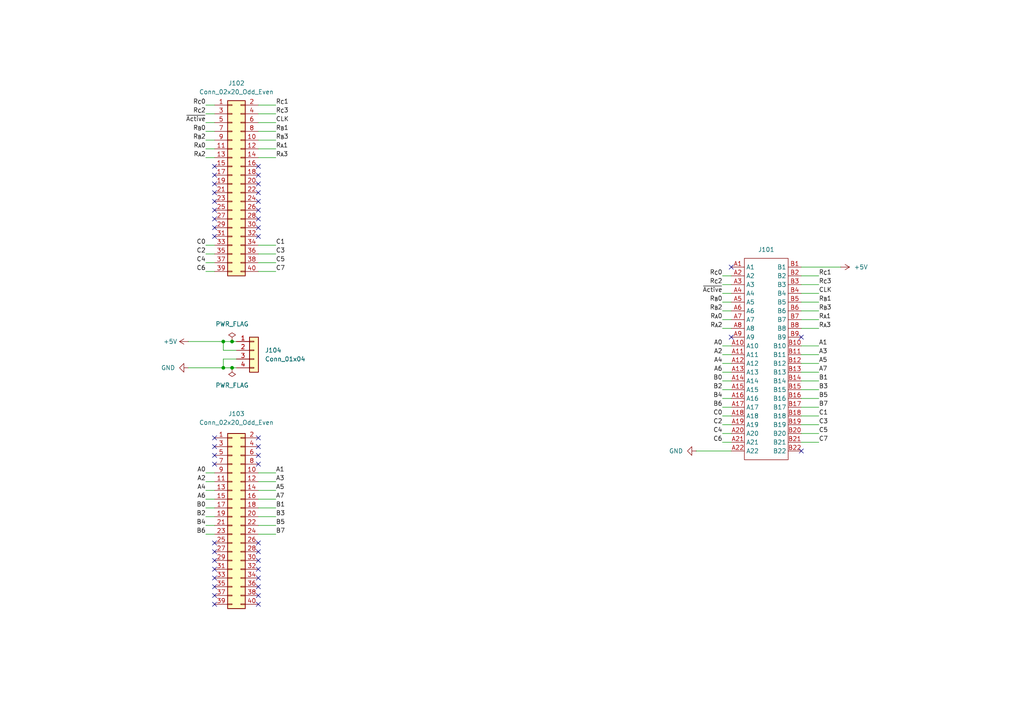
<source format=kicad_sch>
(kicad_sch (version 20231120) (generator "eeschema") (generator_version "8.0")
  (paper "A4")
  (lib_symbols
    (symbol "BoardEdgeConnectors:TE-5530843-4"
      (property "Reference" "J" (at -0.254 30.988 0))
      (symbol "TE-5530843-4_0_1"
        (rectangle (start -6.35 29.21) (end 6.35 -29.21))
      )
      (symbol "TE-5530843-4_1_1"
        (pin passive line (at -10.16 26.67 0) (length 3.81) (name "A1") (number "A1"))
        (pin passive line (at -10.16 3.81 0) (length 3.81) (name "A10") (number "A10"))
        (pin passive line (at -10.16 1.27 0) (length 3.81) (name "A11") (number "A11"))
        (pin passive line (at -10.16 -1.27 0) (length 3.81) (name "A12") (number "A12"))
        (pin passive line (at -10.16 -3.81 0) (length 3.81) (name "A13") (number "A13"))
        (pin passive line (at -10.16 -6.35 0) (length 3.81) (name "A14") (number "A14"))
        (pin passive line (at -10.16 -8.89 0) (length 3.81) (name "A15") (number "A15"))
        (pin passive line (at -10.16 -11.43 0) (length 3.81) (name "A16") (number "A16"))
        (pin passive line (at -10.16 -13.97 0) (length 3.81) (name "A17") (number "A17"))
        (pin passive line (at -10.16 -16.51 0) (length 3.81) (name "A18") (number "A18"))
        (pin passive line (at -10.16 -19.05 0) (length 3.81) (name "A19") (number "A19"))
        (pin passive line (at -10.16 24.13 0) (length 3.81) (name "A2") (number "A2"))
        (pin passive line (at -10.16 -21.59 0) (length 3.81) (name "A20") (number "A20"))
        (pin passive line (at -10.16 -24.13 0) (length 3.81) (name "A21") (number "A21"))
        (pin passive line (at -10.16 -26.67 0) (length 3.81) (name "A22") (number "A22"))
        (pin passive line (at -10.16 21.59 0) (length 3.81) (name "A3") (number "A3"))
        (pin passive line (at -10.16 19.05 0) (length 3.81) (name "A4") (number "A4"))
        (pin passive line (at -10.16 16.51 0) (length 3.81) (name "A5") (number "A5"))
        (pin passive line (at -10.16 13.97 0) (length 3.81) (name "A6") (number "A6"))
        (pin passive line (at -10.16 11.43 0) (length 3.81) (name "A7") (number "A7"))
        (pin passive line (at -10.16 8.89 0) (length 3.81) (name "A8") (number "A8"))
        (pin passive line (at -10.16 6.35 0) (length 3.81) (name "A9") (number "A9"))
        (pin passive line (at 10.16 26.67 180) (length 3.81) (name "B1") (number "B1"))
        (pin passive line (at 10.16 3.81 180) (length 3.81) (name "B10") (number "B10"))
        (pin passive line (at 10.16 1.27 180) (length 3.81) (name "B11") (number "B11"))
        (pin passive line (at 10.16 -1.27 180) (length 3.81) (name "B12") (number "B12"))
        (pin passive line (at 10.16 -3.81 180) (length 3.81) (name "B13") (number "B13"))
        (pin passive line (at 10.16 -6.35 180) (length 3.81) (name "B14") (number "B14"))
        (pin passive line (at 10.16 -8.89 180) (length 3.81) (name "B15") (number "B15"))
        (pin passive line (at 10.16 -11.43 180) (length 3.81) (name "B16") (number "B16"))
        (pin passive line (at 10.16 -13.97 180) (length 3.81) (name "B17") (number "B17"))
        (pin passive line (at 10.16 -16.51 180) (length 3.81) (name "B18") (number "B18"))
        (pin passive line (at 10.16 -19.05 180) (length 3.81) (name "B19") (number "B19"))
        (pin passive line (at 10.16 24.13 180) (length 3.81) (name "B2") (number "B2"))
        (pin passive line (at 10.16 -21.59 180) (length 3.81) (name "B20") (number "B20"))
        (pin passive line (at 10.16 -24.13 180) (length 3.81) (name "B21") (number "B21"))
        (pin passive line (at 10.16 -26.67 180) (length 3.81) (name "B22") (number "B22"))
        (pin passive line (at 10.16 21.59 180) (length 3.81) (name "B3") (number "B3"))
        (pin passive line (at 10.16 19.05 180) (length 3.81) (name "B4") (number "B4"))
        (pin passive line (at 10.16 16.51 180) (length 3.81) (name "B5") (number "B5"))
        (pin passive line (at 10.16 13.97 180) (length 3.81) (name "B6") (number "B6"))
        (pin passive line (at 10.16 11.43 180) (length 3.81) (name "B7") (number "B7"))
        (pin passive line (at 10.16 8.89 180) (length 3.81) (name "B8") (number "B8"))
        (pin passive line (at 10.16 6.35 180) (length 3.81) (name "B9") (number "B9"))
      )
    )
    (symbol "Connector_Generic:Conn_01x04" (pin_names (offset 1.016) hide)
      (property "Reference" "J" (at 0 5.08 0))
      (property "Value" "Conn_01x04" (at 0 -7.62 0))
      (symbol "Conn_01x04_1_1"
        (rectangle (start -1.27 -4.953) (end 0 -5.207) (stroke (width 0.1524)))
        (rectangle (start -1.27 -2.413) (end 0 -2.667) (stroke (width 0.1524)))
        (rectangle (start -1.27 0.127) (end 0 -0.127) (stroke (width 0.1524)))
        (rectangle (start -1.27 2.667) (end 0 2.413) (stroke (width 0.1524)))
        (rectangle (start -1.27 3.81) (end 1.27 -6.35) (stroke (width 0.254)) (fill (type background)))
        (pin passive line (at -5.08 2.54 0) (length 3.81) (name "Pin_1") (number "1"))
        (pin passive line (at -5.08 0 0) (length 3.81) (name "Pin_2") (number "2"))
        (pin passive line (at -5.08 -2.54 0) (length 3.81) (name "Pin_3") (number "3"))
        (pin passive line (at -5.08 -5.08 0) (length 3.81) (name "Pin_4") (number "4"))
      )
    )
    (symbol "Connector_Generic:Conn_02x20_Odd_Even" (pin_names (offset 1.016) hide)
      (property "Reference" "J" (at 1.27 25.4 0))
      (property "Value" "Conn_02x20_Odd_Even" (at 1.27 -27.94 0))
      (symbol "Conn_02x20_Odd_Even_1_1"
        (rectangle (start -1.27 -25.273) (end 0 -25.527) (stroke (width 0.1524)))
        (rectangle (start -1.27 -22.733) (end 0 -22.987) (stroke (width 0.1524)))
        (rectangle (start -1.27 -20.193) (end 0 -20.447) (stroke (width 0.1524)))
        (rectangle (start -1.27 -17.653) (end 0 -17.907) (stroke (width 0.1524)))
        (rectangle (start -1.27 -15.113) (end 0 -15.367) (stroke (width 0.1524)))
        (rectangle (start -1.27 -12.573) (end 0 -12.827) (stroke (width 0.1524)))
        (rectangle (start -1.27 -10.033) (end 0 -10.287) (stroke (width 0.1524)))
        (rectangle (start -1.27 -7.493) (end 0 -7.747) (stroke (width 0.1524)))
        (rectangle (start -1.27 -4.953) (end 0 -5.207) (stroke (width 0.1524)))
        (rectangle (start -1.27 -2.413) (end 0 -2.667) (stroke (width 0.1524)))
        (rectangle (start -1.27 0.127) (end 0 -0.127) (stroke (width 0.1524)))
        (rectangle (start -1.27 2.667) (end 0 2.413) (stroke (width 0.1524)))
        (rectangle (start -1.27 5.207) (end 0 4.953) (stroke (width 0.1524)))
        (rectangle (start -1.27 7.747) (end 0 7.493) (stroke (width 0.1524)))
        (rectangle (start -1.27 10.287) (end 0 10.033) (stroke (width 0.1524)))
        (rectangle (start -1.27 12.827) (end 0 12.573) (stroke (width 0.1524)))
        (rectangle (start -1.27 15.367) (end 0 15.113) (stroke (width 0.1524)))
        (rectangle (start -1.27 17.907) (end 0 17.653) (stroke (width 0.1524)))
        (rectangle (start -1.27 20.447) (end 0 20.193) (stroke (width 0.1524)))
        (rectangle (start -1.27 22.987) (end 0 22.733) (stroke (width 0.1524)))
        (rectangle (start -1.27 24.13) (end 3.81 -26.67) (stroke (width 0.254)) (fill (type background)))
        (rectangle (start 3.81 -25.273) (end 2.54 -25.527) (stroke (width 0.1524)))
        (rectangle (start 3.81 -22.733) (end 2.54 -22.987) (stroke (width 0.1524)))
        (rectangle (start 3.81 -20.193) (end 2.54 -20.447) (stroke (width 0.1524)))
        (rectangle (start 3.81 -17.653) (end 2.54 -17.907) (stroke (width 0.1524)))
        (rectangle (start 3.81 -15.113) (end 2.54 -15.367) (stroke (width 0.1524)))
        (rectangle (start 3.81 -12.573) (end 2.54 -12.827) (stroke (width 0.1524)))
        (rectangle (start 3.81 -10.033) (end 2.54 -10.287) (stroke (width 0.1524)))
        (rectangle (start 3.81 -7.493) (end 2.54 -7.747) (stroke (width 0.1524)))
        (rectangle (start 3.81 -4.953) (end 2.54 -5.207) (stroke (width 0.1524)))
        (rectangle (start 3.81 -2.413) (end 2.54 -2.667) (stroke (width 0.1524)))
        (rectangle (start 3.81 0.127) (end 2.54 -0.127) (stroke (width 0.1524)))
        (rectangle (start 3.81 2.667) (end 2.54 2.413) (stroke (width 0.1524)))
        (rectangle (start 3.81 5.207) (end 2.54 4.953) (stroke (width 0.1524)))
        (rectangle (start 3.81 7.747) (end 2.54 7.493) (stroke (width 0.1524)))
        (rectangle (start 3.81 10.287) (end 2.54 10.033) (stroke (width 0.1524)))
        (rectangle (start 3.81 12.827) (end 2.54 12.573) (stroke (width 0.1524)))
        (rectangle (start 3.81 15.367) (end 2.54 15.113) (stroke (width 0.1524)))
        (rectangle (start 3.81 17.907) (end 2.54 17.653) (stroke (width 0.1524)))
        (rectangle (start 3.81 20.447) (end 2.54 20.193) (stroke (width 0.1524)))
        (rectangle (start 3.81 22.987) (end 2.54 22.733) (stroke (width 0.1524)))
        (pin passive line (at -5.08 22.86 0) (length 3.81) (name "Pin_1") (number "1"))
        (pin passive line (at 7.62 12.7 180) (length 3.81) (name "Pin_10") (number "10"))
        (pin passive line (at -5.08 10.16 0) (length 3.81) (name "Pin_11") (number "11"))
        (pin passive line (at 7.62 10.16 180) (length 3.81) (name "Pin_12") (number "12"))
        (pin passive line (at -5.08 7.62 0) (length 3.81) (name "Pin_13") (number "13"))
        (pin passive line (at 7.62 7.62 180) (length 3.81) (name "Pin_14") (number "14"))
        (pin passive line (at -5.08 5.08 0) (length 3.81) (name "Pin_15") (number "15"))
        (pin passive line (at 7.62 5.08 180) (length 3.81) (name "Pin_16") (number "16"))
        (pin passive line (at -5.08 2.54 0) (length 3.81) (name "Pin_17") (number "17"))
        (pin passive line (at 7.62 2.54 180) (length 3.81) (name "Pin_18") (number "18"))
        (pin passive line (at -5.08 0 0) (length 3.81) (name "Pin_19") (number "19"))
        (pin passive line (at 7.62 22.86 180) (length 3.81) (name "Pin_2") (number "2"))
        (pin passive line (at 7.62 0 180) (length 3.81) (name "Pin_20") (number "20"))
        (pin passive line (at -5.08 -2.54 0) (length 3.81) (name "Pin_21") (number "21"))
        (pin passive line (at 7.62 -2.54 180) (length 3.81) (name "Pin_22") (number "22"))
        (pin passive line (at -5.08 -5.08 0) (length 3.81) (name "Pin_23") (number "23"))
        (pin passive line (at 7.62 -5.08 180) (length 3.81) (name "Pin_24") (number "24"))
        (pin passive line (at -5.08 -7.62 0) (length 3.81) (name "Pin_25") (number "25"))
        (pin passive line (at 7.62 -7.62 180) (length 3.81) (name "Pin_26") (number "26"))
        (pin passive line (at -5.08 -10.16 0) (length 3.81) (name "Pin_27") (number "27"))
        (pin passive line (at 7.62 -10.16 180) (length 3.81) (name "Pin_28") (number "28"))
        (pin passive line (at -5.08 -12.7 0) (length 3.81) (name "Pin_29") (number "29"))
        (pin passive line (at -5.08 20.32 0) (length 3.81) (name "Pin_3") (number "3"))
        (pin passive line (at 7.62 -12.7 180) (length 3.81) (name "Pin_30") (number "30"))
        (pin passive line (at -5.08 -15.24 0) (length 3.81) (name "Pin_31") (number "31"))
        (pin passive line (at 7.62 -15.24 180) (length 3.81) (name "Pin_32") (number "32"))
        (pin passive line (at -5.08 -17.78 0) (length 3.81) (name "Pin_33") (number "33"))
        (pin passive line (at 7.62 -17.78 180) (length 3.81) (name "Pin_34") (number "34"))
        (pin passive line (at -5.08 -20.32 0) (length 3.81) (name "Pin_35") (number "35"))
        (pin passive line (at 7.62 -20.32 180) (length 3.81) (name "Pin_36") (number "36"))
        (pin passive line (at -5.08 -22.86 0) (length 3.81) (name "Pin_37") (number "37"))
        (pin passive line (at 7.62 -22.86 180) (length 3.81) (name "Pin_38") (number "38"))
        (pin passive line (at -5.08 -25.4 0) (length 3.81) (name "Pin_39") (number "39"))
        (pin passive line (at 7.62 20.32 180) (length 3.81) (name "Pin_4") (number "4"))
        (pin passive line (at 7.62 -25.4 180) (length 3.81) (name "Pin_40") (number "40"))
        (pin passive line (at -5.08 17.78 0) (length 3.81) (name "Pin_5") (number "5"))
        (pin passive line (at 7.62 17.78 180) (length 3.81) (name "Pin_6") (number "6"))
        (pin passive line (at -5.08 15.24 0) (length 3.81) (name "Pin_7") (number "7"))
        (pin passive line (at 7.62 15.24 180) (length 3.81) (name "Pin_8") (number "8"))
        (pin passive line (at -5.08 12.7 0) (length 3.81) (name "Pin_9") (number "9"))
      )
    )
    (symbol "power:+5V" (power) (pin_numbers hide) (pin_names (offset 0) hide)
      (property "Value" "+5V" (at 0 3.556 0))
      (symbol "+5V_0_1"
        (polyline (pts (xy -0.762 1.27) (xy 0 2.54)))
        (polyline (pts (xy 0 0) (xy 0 2.54)))
        (polyline (pts (xy 0 2.54) (xy 0.762 1.27)))
      )
      (symbol "+5V_1_1"
        (pin power_in line (at 0 0 90) (length 0) (name "~") (number "1"))
      )
    )
    (symbol "power:GND" (power) (pin_numbers hide) (pin_names (offset 0) hide)
      (property "Value" "GND" (at 0 -3.81 0))
      (symbol "GND_0_1"
        (polyline (pts (xy 0 0) (xy 0 -1.27) (xy 1.27 -1.27) (xy 0 -2.54) (xy -1.27 -1.27) (xy 0 -1.27)))
      )
      (symbol "GND_1_1"
        (pin power_in line (at 0 0 270) (length 0) (name "~") (number "1"))
      )
    )
    (symbol "power:PWR_FLAG" (power) (pin_numbers hide) (pin_names (offset 0) hide)
      (property "Value" "PWR_FLAG" (at 0 3.81 0))
      (symbol "PWR_FLAG_0_0"
        (pin power_out line (at 0 0 90) (length 0) (name "~") (number "1"))
      )
      (symbol "PWR_FLAG_0_1"
        (polyline (pts (xy 0 0) (xy 0 1.27) (xy -1.016 1.905) (xy 0 2.54) (xy 1.016 1.905) (xy 0 1.27)))
      )
    )
  )
  (junction (at 67.31 106.68))
  (junction (at 64.77 106.68))
  (junction (at 67.31 99.06))
  (junction (at 64.77 99.06))
  (no_connect (at 74.93 162.56))
  (no_connect (at 62.23 129.54))
  (no_connect (at 232.41 130.81))
  (no_connect (at 74.93 55.88))
  (no_connect (at 62.23 170.18))
  (no_connect (at 74.93 127))
  (no_connect (at 62.23 60.96))
  (no_connect (at 62.23 132.08))
  (no_connect (at 74.93 60.96))
  (no_connect (at 62.23 48.26))
  (no_connect (at 62.23 66.04))
  (no_connect (at 62.23 58.42))
  (no_connect (at 62.23 160.02))
  (no_connect (at 74.93 58.42))
  (no_connect (at 62.23 167.64))
  (no_connect (at 74.93 53.34))
  (no_connect (at 74.93 68.58))
  (no_connect (at 62.23 172.72))
  (no_connect (at 74.93 172.72))
  (no_connect (at 74.93 134.62))
  (no_connect (at 62.23 50.8))
  (no_connect (at 62.23 55.88))
  (no_connect (at 62.23 63.5))
  (no_connect (at 62.23 162.56))
  (no_connect (at 62.23 53.34))
  (no_connect (at 62.23 127))
  (no_connect (at 62.23 157.48))
  (no_connect (at 62.23 175.26))
  (no_connect (at 74.93 129.54))
  (no_connect (at 212.09 97.79))
  (no_connect (at 74.93 157.48))
  (no_connect (at 74.93 167.64))
  (no_connect (at 74.93 132.08))
  (no_connect (at 74.93 50.8))
  (no_connect (at 212.09 77.47))
  (no_connect (at 232.41 97.79))
  (no_connect (at 74.93 160.02))
  (no_connect (at 62.23 134.62))
  (no_connect (at 74.93 175.26))
  (no_connect (at 74.93 170.18))
  (no_connect (at 74.93 48.26))
  (no_connect (at 62.23 68.58))
  (no_connect (at 74.93 165.1))
  (no_connect (at 74.93 63.5))
  (no_connect (at 62.23 165.1))
  (no_connect (at 74.93 66.04))
  (wire (pts (xy 209.55 120.65) (xy 212.09 120.65)))
  (wire (pts (xy 59.69 149.86) (xy 62.23 149.86)))
  (wire (pts (xy 59.69 154.94) (xy 62.23 154.94)))
  (wire (pts (xy 59.69 137.16) (xy 62.23 137.16)))
  (wire (pts (xy 74.93 144.78) (xy 80.01 144.78)))
  (wire (pts (xy 59.69 139.7) (xy 62.23 139.7)))
  (wire (pts (xy 209.55 87.63) (xy 212.09 87.63)))
  (wire (pts (xy 74.93 40.64) (xy 80.01 40.64)))
  (wire (pts (xy 232.41 115.57) (xy 237.49 115.57)))
  (wire (pts (xy 209.55 100.33) (xy 212.09 100.33)))
  (wire (pts (xy 209.55 113.03) (xy 212.09 113.03)))
  (wire (pts (xy 64.77 101.6) (xy 64.77 99.06)))
  (wire (pts (xy 74.93 78.74) (xy 80.01 78.74)))
  (wire (pts (xy 209.55 80.01) (xy 212.09 80.01)))
  (wire (pts (xy 232.41 113.03) (xy 237.49 113.03)))
  (wire (pts (xy 74.93 33.02) (xy 80.01 33.02)))
  (wire (pts (xy 232.41 95.25) (xy 237.49 95.25)))
  (wire (pts (xy 209.55 102.87) (xy 212.09 102.87)))
  (wire (pts (xy 232.41 118.11) (xy 237.49 118.11)))
  (wire (pts (xy 64.77 104.14) (xy 64.77 106.68)))
  (wire (pts (xy 54.61 99.06) (xy 64.77 99.06)))
  (wire (pts (xy 232.41 107.95) (xy 237.49 107.95)))
  (wire (pts (xy 209.55 92.71) (xy 212.09 92.71)))
  (wire (pts (xy 59.69 76.2) (xy 62.23 76.2)))
  (wire (pts (xy 209.55 95.25) (xy 212.09 95.25)))
  (wire (pts (xy 232.41 85.09) (xy 237.49 85.09)))
  (wire (pts (xy 68.58 104.14) (xy 64.77 104.14)))
  (wire (pts (xy 59.69 152.4) (xy 62.23 152.4)))
  (wire (pts (xy 232.41 80.01) (xy 237.49 80.01)))
  (wire (pts (xy 74.93 149.86) (xy 80.01 149.86)))
  (wire (pts (xy 209.55 110.49) (xy 212.09 110.49)))
  (wire (pts (xy 59.69 73.66) (xy 62.23 73.66)))
  (wire (pts (xy 64.77 106.68) (xy 67.31 106.68)))
  (wire (pts (xy 232.41 110.49) (xy 237.49 110.49)))
  (wire (pts (xy 59.69 142.24) (xy 62.23 142.24)))
  (wire (pts (xy 59.69 144.78) (xy 62.23 144.78)))
  (wire (pts (xy 232.41 105.41) (xy 237.49 105.41)))
  (wire (pts (xy 232.41 125.73) (xy 237.49 125.73)))
  (wire (pts (xy 209.55 125.73) (xy 212.09 125.73)))
  (wire (pts (xy 74.93 154.94) (xy 80.01 154.94)))
  (wire (pts (xy 232.41 102.87) (xy 237.49 102.87)))
  (wire (pts (xy 232.41 77.47) (xy 243.84 77.47)))
  (wire (pts (xy 59.69 43.18) (xy 62.23 43.18)))
  (wire (pts (xy 74.93 142.24) (xy 80.01 142.24)))
  (wire (pts (xy 74.93 30.48) (xy 80.01 30.48)))
  (wire (pts (xy 209.55 90.17) (xy 212.09 90.17)))
  (wire (pts (xy 232.41 92.71) (xy 237.49 92.71)))
  (wire (pts (xy 67.31 99.06) (xy 68.58 99.06)))
  (wire (pts (xy 74.93 152.4) (xy 80.01 152.4)))
  (wire (pts (xy 232.41 87.63) (xy 237.49 87.63)))
  (wire (pts (xy 59.69 71.12) (xy 62.23 71.12)))
  (wire (pts (xy 74.93 38.1) (xy 80.01 38.1)))
  (wire (pts (xy 232.41 82.55) (xy 237.49 82.55)))
  (wire (pts (xy 209.55 85.09) (xy 212.09 85.09)))
  (wire (pts (xy 232.41 120.65) (xy 237.49 120.65)))
  (wire (pts (xy 74.93 35.56) (xy 80.01 35.56)))
  (wire (pts (xy 209.55 82.55) (xy 212.09 82.55)))
  (wire (pts (xy 59.69 78.74) (xy 62.23 78.74)))
  (wire (pts (xy 74.93 139.7) (xy 80.01 139.7)))
  (wire (pts (xy 232.41 100.33) (xy 237.49 100.33)))
  (wire (pts (xy 74.93 43.18) (xy 80.01 43.18)))
  (wire (pts (xy 74.93 71.12) (xy 80.01 71.12)))
  (wire (pts (xy 74.93 137.16) (xy 80.01 137.16)))
  (wire (pts (xy 74.93 147.32) (xy 80.01 147.32)))
  (wire (pts (xy 59.69 45.72) (xy 62.23 45.72)))
  (wire (pts (xy 74.93 73.66) (xy 80.01 73.66)))
  (wire (pts (xy 64.77 99.06) (xy 67.31 99.06)))
  (wire (pts (xy 54.61 106.68) (xy 64.77 106.68)))
  (wire (pts (xy 209.55 118.11) (xy 212.09 118.11)))
  (wire (pts (xy 232.41 123.19) (xy 237.49 123.19)))
  (wire (pts (xy 59.69 30.48) (xy 62.23 30.48)))
  (wire (pts (xy 209.55 123.19) (xy 212.09 123.19)))
  (wire (pts (xy 59.69 147.32) (xy 62.23 147.32)))
  (wire (pts (xy 209.55 128.27) (xy 212.09 128.27)))
  (wire (pts (xy 68.58 101.6) (xy 64.77 101.6)))
  (wire (pts (xy 209.55 105.41) (xy 212.09 105.41)))
  (wire (pts (xy 59.69 40.64) (xy 62.23 40.64)))
  (wire (pts (xy 232.41 128.27) (xy 237.49 128.27)))
  (wire (pts (xy 74.93 76.2) (xy 80.01 76.2)))
  (wire (pts (xy 74.93 45.72) (xy 80.01 45.72)))
  (wire (pts (xy 59.69 33.02) (xy 62.23 33.02)))
  (wire (pts (xy 201.93 130.81) (xy 212.09 130.81)))
  (wire (pts (xy 209.55 107.95) (xy 212.09 107.95)))
  (wire (pts (xy 67.31 106.68) (xy 68.58 106.68)))
  (wire (pts (xy 209.55 115.57) (xy 212.09 115.57)))
  (wire (pts (xy 59.69 38.1) (xy 62.23 38.1)))
  (wire (pts (xy 232.41 90.17) (xy 237.49 90.17)))
  (wire (pts (xy 59.69 35.56) (xy 62.23 35.56)))
  (label "B0" (at 209.55 110.49 180))
  (label "C2" (at 209.55 123.19 180))
  (label "B2" (at 59.69 149.86 180))
  (label "R_{A}2" (at 59.69 45.72 180))
  (label "B4" (at 209.55 115.57 180))
  (label "A5" (at 237.49 105.41 0))
  (label "B7" (at 237.49 118.11 0))
  (label "R_{C}0" (at 59.69 30.48 180))
  (label "R_{B}2" (at 209.55 90.17 180))
  (label "R_{A}2" (at 209.55 95.25 180))
  (label "R_{A}1" (at 237.49 92.71 0))
  (label "A1" (at 237.49 100.33 0))
  (label "R_{A}3" (at 80.01 45.72 0))
  (label "C3" (at 237.49 123.19 0))
  (label "A3" (at 80.01 139.7 0))
  (label "R_{A}3" (at 237.49 95.25 0))
  (label "A1" (at 80.01 137.16 0))
  (label "C0" (at 59.69 71.12 180))
  (label "C6" (at 59.69 78.74 180))
  (label "R_{C}0" (at 209.55 80.01 180))
  (label "A2" (at 209.55 102.87 180))
  (label "R_{C}1" (at 237.49 80.01 0))
  (label "B5" (at 80.01 152.4 0))
  (label "A6" (at 209.55 107.95 180))
  (label "R_{A}0" (at 59.69 43.18 180))
  (label "A4" (at 209.55 105.41 180))
  (label "B2" (at 209.55 113.03 180))
  (label "C5" (at 80.01 76.2 0))
  (label "~{Active}" (at 209.55 85.09 180))
  (label "B0" (at 59.69 147.32 180))
  (label "A4" (at 59.69 142.24 180))
  (label "R_{C}1" (at 80.01 30.48 0))
  (label "B5" (at 237.49 115.57 0))
  (label "A0" (at 209.55 100.33 180))
  (label "B3" (at 80.01 149.86 0))
  (label "A6" (at 59.69 144.78 180))
  (label "C0" (at 209.55 120.65 180))
  (label "B6" (at 59.69 154.94 180))
  (label "R_{B}3" (at 80.01 40.64 0))
  (label "B4" (at 59.69 152.4 180))
  (label "R_{C}3" (at 237.49 82.55 0))
  (label "C2" (at 59.69 73.66 180))
  (label "R_{A}1" (at 80.01 43.18 0))
  (label "A7" (at 237.49 107.95 0))
  (label "C1" (at 237.49 120.65 0))
  (label "B1" (at 80.01 147.32 0))
  (label "B7" (at 80.01 154.94 0))
  (label "C3" (at 80.01 73.66 0))
  (label "R_{B}3" (at 237.49 90.17 0))
  (label "B3" (at 237.49 113.03 0))
  (label "R_{C}2" (at 59.69 33.02 180))
  (label "R_{C}2" (at 209.55 82.55 180))
  (label "C7" (at 237.49 128.27 0))
  (label "R_{B}0" (at 209.55 87.63 180))
  (label "C1" (at 80.01 71.12 0))
  (label "B1" (at 237.49 110.49 0))
  (label "A2" (at 59.69 139.7 180))
  (label "C6" (at 209.55 128.27 180))
  (label "C5" (at 237.49 125.73 0))
  (label "R_{B}1" (at 237.49 87.63 0))
  (label "R_{B}1" (at 80.01 38.1 0))
  (label "A5" (at 80.01 142.24 0))
  (label "C4" (at 59.69 76.2 180))
  (label "A7" (at 80.01 144.78 0))
  (label "A0" (at 59.69 137.16 180))
  (label "R_{B}0" (at 59.69 38.1 180))
  (label "~{Active}" (at 59.69 35.56 180))
  (label "R_{A}0" (at 209.55 92.71 180))
  (label "B6" (at 209.55 118.11 180))
  (label "CLK" (at 80.01 35.56 0))
  (label "C7" (at 80.01 78.74 0))
  (label "CLK" (at 237.49 85.09 0))
  (label "A3" (at 237.49 102.87 0))
  (label "C4" (at 209.55 125.73 180))
  (label "R_{C}3" (at 80.01 33.02 0))
  (label "R_{B}2" (at 59.69 40.64 180))
  (symbol (lib_id "Connector_Generic:Conn_01x04") (at 73.66 101.6 0) (unit 1)
    (property "Reference" "J104" (at 76.835 101.5999 0) (effects (justify left)))
    (property "Value" "Conn_01x04" (at 76.835 104.1399 0) (effects (justify left)))
    (property "Footprint" "Connector_PinHeader_2.54mm:PinHeader_1x04_P2.54mm_Vertical" (effects (hide yes)))
  )
  (symbol (lib_id "power:GND") (at 54.61 106.68 270) (unit 1)
    (property "Reference" "#PWR0104" (effects (hide yes)))
    (property "Value" "GND" (at 50.8 106.6799 90) (effects (justify right)))
  )
  (symbol (lib_id "BoardEdgeConnectors:TE-5530843-4") (at 222.25 104.14 0) (unit 1)
    (property "Reference" "J101" (at 222.25 72.39 0))
    (property "Footprint" "BoardEdgeConnectors:TE-5530843-4-Mount" (effects (hide yes)))
    (property "Datasheet" "https://www.te.com/en/product-5530843-4.html" (effects (hide yes)))
    (property "Description" "44 contact board edge connector" (effects (hide yes)))
  )
  (symbol (lib_id "power:PWR_FLAG") (at 67.31 99.06 0) (unit 1)
    (property "Reference" "#FLG0103" (effects (hide yes)))
    (property "Value" "PWR_FLAG" (at 67.31 93.98 0))
  )
  (symbol (lib_id "power:GND") (at 201.93 130.81 270) (unit 1)
    (property "Reference" "#PWR0101" (effects (hide yes)))
    (property "Value" "GND" (at 198.12 130.8099 90) (effects (justify right)))
    (property "Description" "Power symbol creates a global label with name \"GND\" , ground" (effects (hide yes)))
  )
  (symbol (lib_id "power:+5V") (at 243.84 77.47 270) (unit 1)
    (property "Reference" "#PWR0102" (effects (hide yes)))
    (property "Value" "+5V" (at 247.65 77.4699 90) (effects (justify left)))
    (property "Description" "Power symbol creates a global label with name \"+5V\"" (effects (hide yes)))
  )
  (symbol (lib_id "Connector_Generic:Conn_02x20_Odd_Even") (at 67.31 149.86 0) (unit 1)
    (property "Reference" "J103" (at 68.58 120.015 0))
    (property "Value" "Conn_02x20_Odd_Even" (at 68.58 122.555 0))
    (property "Footprint" "Connector_PinHeader_2.54mm:PinHeader_2x20_P2.54mm_Vertical" (effects (hide yes)))
  )
  (symbol (lib_id "power:+5V") (at 54.61 99.06 90) (unit 1)
    (property "Reference" "#PWR0103" (effects (hide yes)))
    (property "Value" "+5V" (at 51.435 99.0599 90) (effects (justify left)))
  )
  (symbol (lib_id "Connector_Generic:Conn_02x20_Odd_Even") (at 67.31 53.34 0) (unit 1)
    (property "Reference" "J102" (at 68.58 24.13 0))
    (property "Value" "Conn_02x20_Odd_Even" (at 68.58 26.67 0))
    (property "Footprint" "Connector_PinHeader_2.54mm:PinHeader_2x20_P2.54mm_Vertical" (effects (hide yes)))
  )
  (symbol (lib_id "power:PWR_FLAG") (at 67.31 106.68 180) (unit 1)
    (property "Reference" "#FLG0104" (effects (hide yes)))
    (property "Value" "PWR_FLAG" (at 67.31 111.76 0))
  )
)
</source>
